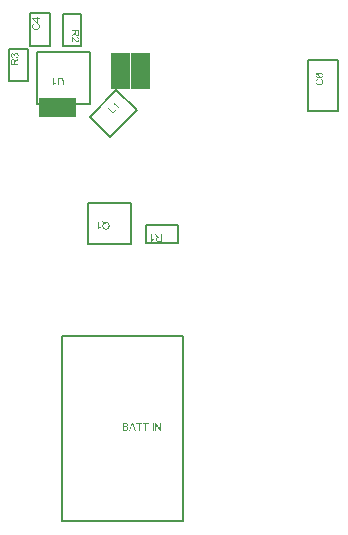
<source format=gbr>
%TF.GenerationSoftware,Altium Limited,Altium Designer,22.9.1 (49)*%
G04 Layer_Color=16711935*
%FSLAX45Y45*%
%MOMM*%
%TF.SameCoordinates,682DF52B-C038-4893-B781-CD12F227844D*%
%TF.FilePolarity,Positive*%
%TF.FileFunction,Other,Top_Assembly*%
%TF.Part,Single*%
G01*
G75*
%TA.AperFunction,NonConductor*%
%ADD57C,0.20000*%
G36*
X2103670Y4451260D02*
X1796330D01*
Y4608740D01*
X2103670D01*
Y4451260D01*
D02*
G37*
G36*
X2558740Y4993670D02*
Y4686330D01*
X2401260D01*
Y4993670D01*
X2558740D01*
D02*
G37*
G36*
X2728740D02*
Y4686330D01*
X2571260D01*
Y4993670D01*
X2728740D01*
D02*
G37*
G36*
X2828959Y1795425D02*
X2820175D01*
X2786706Y1845629D01*
Y1795425D01*
X2778570D01*
Y1859405D01*
X2787261D01*
X2820822Y1809109D01*
Y1859405D01*
X2828959D01*
Y1795425D01*
D02*
G37*
G36*
X2763685D02*
X2755179D01*
Y1859405D01*
X2763685D01*
Y1795425D01*
D02*
G37*
G36*
X2720138Y1851824D02*
X2699058D01*
Y1795425D01*
X2690552D01*
Y1851824D01*
X2669472D01*
Y1859405D01*
X2720138D01*
Y1851824D01*
D02*
G37*
G36*
X2665496D02*
X2644416D01*
Y1795425D01*
X2635910D01*
Y1851824D01*
X2614830D01*
Y1859405D01*
X2665496D01*
Y1851824D01*
D02*
G37*
G36*
X2612796Y1795425D02*
X2603181D01*
X2595692Y1814841D01*
X2568880D01*
X2561946Y1795425D01*
X2552977D01*
X2577386Y1859405D01*
X2586631D01*
X2612796Y1795425D01*
D02*
G37*
G36*
X2525795Y1859313D02*
X2526535D01*
X2528199Y1859128D01*
X2530048Y1858943D01*
X2531990Y1858573D01*
X2533931Y1858111D01*
X2535688Y1857463D01*
X2535781D01*
X2535873Y1857371D01*
X2536428Y1857094D01*
X2537260Y1856631D01*
X2538184Y1855984D01*
X2539294Y1855152D01*
X2540496Y1854135D01*
X2541605Y1852841D01*
X2542622Y1851454D01*
X2542715Y1851269D01*
X2542992Y1850714D01*
X2543454Y1849974D01*
X2543917Y1848865D01*
X2544379Y1847571D01*
X2544841Y1846184D01*
X2545119Y1844612D01*
X2545211Y1843040D01*
Y1842855D01*
Y1842393D01*
X2545119Y1841561D01*
X2544934Y1840544D01*
X2544656Y1839342D01*
X2544194Y1838048D01*
X2543639Y1836753D01*
X2542900Y1835366D01*
X2542807Y1835181D01*
X2542530Y1834812D01*
X2541975Y1834072D01*
X2541235Y1833332D01*
X2540311Y1832408D01*
X2539201Y1831391D01*
X2537815Y1830466D01*
X2536243Y1829542D01*
X2536335D01*
X2536520Y1829449D01*
X2536798Y1829357D01*
X2537167Y1829172D01*
X2538277Y1828802D01*
X2539571Y1828155D01*
X2540958Y1827323D01*
X2542530Y1826306D01*
X2543917Y1825104D01*
X2545211Y1823624D01*
X2545304Y1823440D01*
X2545673Y1822885D01*
X2546228Y1822053D01*
X2546783Y1820943D01*
X2547338Y1819464D01*
X2547892Y1817892D01*
X2548262Y1816043D01*
X2548355Y1814009D01*
Y1813917D01*
Y1813824D01*
Y1813269D01*
X2548262Y1812345D01*
X2548077Y1811235D01*
X2547892Y1809941D01*
X2547522Y1808554D01*
X2547060Y1807075D01*
X2546413Y1805596D01*
X2546321Y1805411D01*
X2546043Y1804948D01*
X2545673Y1804301D01*
X2545119Y1803377D01*
X2544379Y1802452D01*
X2543639Y1801435D01*
X2542715Y1800418D01*
X2541698Y1799586D01*
X2541605Y1799493D01*
X2541235Y1799216D01*
X2540588Y1798846D01*
X2539756Y1798476D01*
X2538739Y1797922D01*
X2537537Y1797367D01*
X2536243Y1796905D01*
X2534671Y1796442D01*
X2534486D01*
X2533931Y1796258D01*
X2533007Y1796165D01*
X2531805Y1795980D01*
X2530326Y1795795D01*
X2528569Y1795610D01*
X2526627Y1795518D01*
X2524408Y1795425D01*
X2500000D01*
Y1859405D01*
X2525148D01*
X2525795Y1859313D01*
D02*
G37*
G36*
X4179753Y4825676D02*
X4180308D01*
X4181787Y4825399D01*
X4183544Y4825121D01*
X4185393Y4824659D01*
X4187427Y4824012D01*
X4189369Y4823087D01*
X4189461D01*
X4189554Y4822995D01*
X4189831Y4822810D01*
X4190201Y4822625D01*
X4191125Y4822070D01*
X4192327Y4821238D01*
X4193622Y4820221D01*
X4194916Y4819019D01*
X4196211Y4817540D01*
X4197320Y4815968D01*
Y4815876D01*
X4197412Y4815783D01*
X4197597Y4815506D01*
X4197690Y4815136D01*
X4198152Y4814211D01*
X4198614Y4813009D01*
X4199169Y4811438D01*
X4199539Y4809681D01*
X4199909Y4807739D01*
X4200001Y4805613D01*
Y4805151D01*
X4199909Y4804688D01*
Y4803949D01*
X4199816Y4803117D01*
X4199631Y4802192D01*
X4199354Y4801083D01*
X4199077Y4799973D01*
X4198707Y4798679D01*
X4198245Y4797384D01*
X4197690Y4796090D01*
X4196950Y4794703D01*
X4196118Y4793409D01*
X4195194Y4792114D01*
X4194084Y4790820D01*
X4192790Y4789618D01*
X4192697Y4789526D01*
X4192420Y4789341D01*
X4192050Y4789063D01*
X4191403Y4788693D01*
X4190571Y4788139D01*
X4189646Y4787676D01*
X4188444Y4787122D01*
X4187150Y4786567D01*
X4185578Y4785920D01*
X4183821Y4785365D01*
X4181880Y4784903D01*
X4179753Y4784441D01*
X4177350Y4783978D01*
X4174761Y4783701D01*
X4171987Y4783516D01*
X4169028Y4783424D01*
X4168936D01*
X4168844D01*
X4168566D01*
X4168196D01*
X4167272Y4783516D01*
X4165977D01*
X4164498Y4783608D01*
X4162741Y4783793D01*
X4160800Y4783978D01*
X4158673Y4784256D01*
X4156547Y4784625D01*
X4154236Y4785088D01*
X4152017Y4785642D01*
X4149798Y4786290D01*
X4147671Y4787122D01*
X4145637Y4788046D01*
X4143696Y4789063D01*
X4142031Y4790265D01*
X4141939Y4790358D01*
X4141754Y4790543D01*
X4141384Y4790912D01*
X4140829Y4791375D01*
X4140275Y4791929D01*
X4139720Y4792669D01*
X4138980Y4793594D01*
X4138333Y4794518D01*
X4137686Y4795628D01*
X4136946Y4796830D01*
X4136392Y4798216D01*
X4135744Y4799603D01*
X4135282Y4801175D01*
X4134912Y4802839D01*
X4134727Y4804596D01*
X4134635Y4806445D01*
Y4807185D01*
X4134727Y4807739D01*
Y4808387D01*
X4134820Y4809126D01*
X4135190Y4810883D01*
X4135652Y4812825D01*
X4136392Y4814859D01*
X4137501Y4816893D01*
X4138148Y4817910D01*
X4138888Y4818834D01*
X4138980Y4818927D01*
X4139073Y4819019D01*
X4139350Y4819296D01*
X4139627Y4819574D01*
X4140090Y4820036D01*
X4140644Y4820406D01*
X4141939Y4821423D01*
X4143603Y4822440D01*
X4145637Y4823364D01*
X4147949Y4824197D01*
X4150537Y4824751D01*
X4151184Y4816893D01*
X4151092D01*
X4151000Y4816800D01*
X4150445Y4816708D01*
X4149613Y4816430D01*
X4148596Y4816060D01*
X4147486Y4815691D01*
X4146377Y4815136D01*
X4145360Y4814489D01*
X4144528Y4813842D01*
X4144343Y4813657D01*
X4143973Y4813287D01*
X4143418Y4812640D01*
X4142771Y4811715D01*
X4142216Y4810513D01*
X4141662Y4809219D01*
X4141292Y4807647D01*
X4141107Y4805983D01*
Y4805336D01*
X4141199Y4804596D01*
X4141384Y4803764D01*
X4141662Y4802654D01*
X4142031Y4801545D01*
X4142494Y4800435D01*
X4143233Y4799326D01*
X4143326Y4799141D01*
X4143696Y4798679D01*
X4144343Y4798032D01*
X4145267Y4797199D01*
X4146377Y4796275D01*
X4147671Y4795258D01*
X4149335Y4794333D01*
X4151184Y4793409D01*
X4151277D01*
X4151462Y4793316D01*
X4151739Y4793224D01*
X4152109Y4793039D01*
X4152664Y4792946D01*
X4153311Y4792762D01*
X4154051Y4792577D01*
X4154975Y4792392D01*
X4155992Y4792114D01*
X4157102Y4791929D01*
X4158304Y4791745D01*
X4159598Y4791652D01*
X4161077Y4791467D01*
X4162557Y4791375D01*
X4164221Y4791282D01*
X4165885D01*
X4165793Y4791375D01*
X4165238Y4791745D01*
X4164498Y4792392D01*
X4163574Y4793224D01*
X4162464Y4794148D01*
X4161447Y4795350D01*
X4160430Y4796645D01*
X4159506Y4798124D01*
Y4798216D01*
X4159413Y4798309D01*
X4159136Y4798864D01*
X4158858Y4799696D01*
X4158396Y4800805D01*
X4158026Y4802100D01*
X4157749Y4803579D01*
X4157471Y4805151D01*
X4157379Y4806815D01*
Y4807555D01*
X4157471Y4808109D01*
X4157564Y4808849D01*
X4157656Y4809589D01*
X4157841Y4810513D01*
X4158119Y4811438D01*
X4158766Y4813564D01*
X4159228Y4814674D01*
X4159875Y4815783D01*
X4160523Y4816893D01*
X4161262Y4818095D01*
X4162187Y4819204D01*
X4163204Y4820221D01*
X4163296Y4820313D01*
X4163481Y4820498D01*
X4163758Y4820776D01*
X4164221Y4821053D01*
X4164868Y4821515D01*
X4165515Y4821978D01*
X4166347Y4822440D01*
X4167272Y4822995D01*
X4168289Y4823549D01*
X4169398Y4824012D01*
X4170693Y4824474D01*
X4171987Y4824936D01*
X4173374Y4825214D01*
X4174946Y4825491D01*
X4176517Y4825676D01*
X4178182Y4825768D01*
X4178274D01*
X4178459D01*
X4178736D01*
X4179199D01*
X4179753Y4825676D01*
D02*
G37*
G36*
X4179106Y4776489D02*
X4179661Y4776304D01*
X4180401Y4776027D01*
X4181233Y4775750D01*
X4182250Y4775380D01*
X4183359Y4774918D01*
X4184561Y4774363D01*
X4187150Y4773068D01*
X4189739Y4771404D01*
X4191033Y4770387D01*
X4192327Y4769370D01*
X4193437Y4768261D01*
X4194546Y4766966D01*
X4194639Y4766874D01*
X4194824Y4766689D01*
X4195009Y4766227D01*
X4195378Y4765764D01*
X4195841Y4765025D01*
X4196303Y4764285D01*
X4196765Y4763268D01*
X4197228Y4762251D01*
X4197782Y4761049D01*
X4198245Y4759755D01*
X4198707Y4758368D01*
X4199169Y4756889D01*
X4199539Y4755317D01*
X4199724Y4753653D01*
X4199909Y4751896D01*
X4200001Y4750047D01*
Y4749030D01*
X4199909Y4748290D01*
Y4747458D01*
X4199816Y4746441D01*
X4199631Y4745332D01*
X4199447Y4744037D01*
X4198984Y4741356D01*
X4198245Y4738582D01*
X4197228Y4735809D01*
X4196580Y4734514D01*
X4195841Y4733220D01*
X4195748Y4733127D01*
X4195656Y4732943D01*
X4195378Y4732573D01*
X4195009Y4732203D01*
X4194639Y4731648D01*
X4194084Y4731001D01*
X4193437Y4730261D01*
X4192697Y4729522D01*
X4191865Y4728782D01*
X4191033Y4727950D01*
X4188907Y4726286D01*
X4186410Y4724714D01*
X4183637Y4723327D01*
X4183544D01*
X4183267Y4723142D01*
X4182804Y4723050D01*
X4182250Y4722772D01*
X4181510Y4722587D01*
X4180585Y4722310D01*
X4179568Y4721940D01*
X4178459Y4721663D01*
X4177257Y4721386D01*
X4175870Y4721016D01*
X4173004Y4720553D01*
X4169768Y4720184D01*
X4166440Y4719999D01*
X4166347D01*
X4165977D01*
X4165423D01*
X4164776Y4720091D01*
X4163851D01*
X4162926Y4720184D01*
X4161724Y4720276D01*
X4160523Y4720461D01*
X4157841Y4720923D01*
X4154883Y4721570D01*
X4151924Y4722495D01*
X4149058Y4723789D01*
X4148966Y4723882D01*
X4148688Y4723974D01*
X4148318Y4724159D01*
X4147856Y4724529D01*
X4147209Y4724899D01*
X4146469Y4725361D01*
X4144805Y4726563D01*
X4142956Y4728135D01*
X4141107Y4729984D01*
X4139258Y4732110D01*
X4137686Y4734607D01*
X4137593Y4734699D01*
X4137501Y4734977D01*
X4137316Y4735346D01*
X4137039Y4735809D01*
X4136761Y4736548D01*
X4136484Y4737288D01*
X4136114Y4738213D01*
X4135744Y4739230D01*
X4135375Y4740339D01*
X4135005Y4741541D01*
X4134450Y4744130D01*
X4133988Y4747088D01*
X4133803Y4750139D01*
Y4751064D01*
X4133895Y4751711D01*
X4133988Y4752543D01*
X4134080Y4753560D01*
X4134173Y4754577D01*
X4134450Y4755779D01*
X4135005Y4758275D01*
X4135837Y4761049D01*
X4136392Y4762436D01*
X4137039Y4763730D01*
X4137871Y4765025D01*
X4138703Y4766319D01*
X4138795Y4766412D01*
X4138888Y4766597D01*
X4139165Y4766966D01*
X4139627Y4767429D01*
X4140090Y4767891D01*
X4140737Y4768538D01*
X4141477Y4769185D01*
X4142216Y4769925D01*
X4143141Y4770665D01*
X4144250Y4771404D01*
X4145360Y4772236D01*
X4146562Y4772976D01*
X4147949Y4773623D01*
X4149335Y4774363D01*
X4150815Y4774918D01*
X4152479Y4775472D01*
X4154420Y4767151D01*
X4154328D01*
X4154143Y4767059D01*
X4153773Y4766874D01*
X4153311Y4766689D01*
X4152756Y4766504D01*
X4152017Y4766227D01*
X4150537Y4765487D01*
X4148873Y4764562D01*
X4147209Y4763453D01*
X4145637Y4762066D01*
X4144250Y4760587D01*
X4144065Y4760402D01*
X4143696Y4759847D01*
X4143233Y4758923D01*
X4142586Y4757721D01*
X4142031Y4756149D01*
X4141477Y4754392D01*
X4141107Y4752266D01*
X4141014Y4749954D01*
Y4749215D01*
X4141107Y4748753D01*
Y4748105D01*
X4141199Y4747366D01*
X4141477Y4745609D01*
X4141846Y4743667D01*
X4142494Y4741633D01*
X4143418Y4739507D01*
X4144620Y4737565D01*
Y4737473D01*
X4144805Y4737380D01*
X4145267Y4736733D01*
X4146007Y4735901D01*
X4147116Y4734884D01*
X4148503Y4733682D01*
X4150075Y4732573D01*
X4152017Y4731556D01*
X4154143Y4730631D01*
X4154236D01*
X4154420Y4730539D01*
X4154698Y4730446D01*
X4155160Y4730354D01*
X4155715Y4730169D01*
X4156362Y4729984D01*
X4157934Y4729707D01*
X4159783Y4729337D01*
X4161817Y4728967D01*
X4164036Y4728782D01*
X4166440Y4728690D01*
X4166532D01*
X4166810D01*
X4167272D01*
X4167827D01*
X4168474Y4728782D01*
X4169306D01*
X4170230Y4728874D01*
X4171247Y4728967D01*
X4173466Y4729244D01*
X4175870Y4729707D01*
X4178274Y4730261D01*
X4180678Y4731001D01*
X4180770D01*
X4180955Y4731093D01*
X4181233Y4731278D01*
X4181695Y4731463D01*
X4182804Y4732018D01*
X4184099Y4732850D01*
X4185578Y4733867D01*
X4187150Y4735161D01*
X4188537Y4736641D01*
X4189831Y4738397D01*
Y4738490D01*
X4189924Y4738675D01*
X4190108Y4738952D01*
X4190293Y4739322D01*
X4190478Y4739784D01*
X4190756Y4740339D01*
X4191310Y4741633D01*
X4191865Y4743298D01*
X4192327Y4745147D01*
X4192697Y4747181D01*
X4192790Y4749307D01*
Y4749954D01*
X4192697Y4750509D01*
Y4751156D01*
X4192605Y4751804D01*
X4192235Y4753468D01*
X4191773Y4755409D01*
X4191033Y4757351D01*
X4190016Y4759385D01*
X4189461Y4760402D01*
X4188722Y4761327D01*
X4188629Y4761419D01*
X4188537Y4761511D01*
X4188259Y4761789D01*
X4187982Y4762159D01*
X4187520Y4762528D01*
X4186965Y4762991D01*
X4186410Y4763545D01*
X4185671Y4764008D01*
X4184838Y4764562D01*
X4183914Y4765210D01*
X4182989Y4765764D01*
X4181880Y4766319D01*
X4180678Y4766781D01*
X4179384Y4767244D01*
X4177997Y4767706D01*
X4176517Y4768076D01*
X4178644Y4776582D01*
X4178736D01*
X4179106Y4776489D01*
D02*
G37*
G36*
X2474066Y4534064D02*
X2468509Y4528507D01*
X2433141Y4563876D01*
Y4563745D01*
X2433075Y4563157D01*
Y4562372D01*
X2432879Y4561261D01*
X2432748Y4559953D01*
X2432487Y4558384D01*
X2432160Y4556619D01*
X2431702Y4554723D01*
X2431637Y4554658D01*
Y4554527D01*
X2431506Y4553873D01*
X2431179Y4552893D01*
X2430787Y4551716D01*
X2430329Y4550343D01*
X2429806Y4548905D01*
X2429283Y4547466D01*
X2428695Y4546094D01*
X2423334Y4551454D01*
X2423400Y4551520D01*
Y4551781D01*
X2423596Y4552108D01*
X2423726Y4552631D01*
X2423923Y4553219D01*
X2424119Y4553939D01*
X2424576Y4555704D01*
X2425165Y4557731D01*
X2425557Y4559953D01*
X2425884Y4562372D01*
X2426145Y4564857D01*
Y4564987D01*
Y4565118D01*
Y4565510D01*
X2426211Y4565968D01*
X2426145Y4567210D01*
Y4568779D01*
X2426015Y4570479D01*
X2425818Y4572375D01*
X2425491Y4574140D01*
X2425034Y4575905D01*
X2428630Y4579501D01*
X2474066Y4534064D01*
D02*
G37*
G36*
X2420654Y4491374D02*
X2442947Y4513667D01*
X2448308Y4508306D01*
X2420000Y4479998D01*
X2374760Y4525239D01*
X2380774Y4531253D01*
X2420654Y4491374D01*
D02*
G37*
G36*
X2133978Y5160323D02*
X2133886Y5159583D01*
Y5158751D01*
X2133794Y5156809D01*
X2133516Y5154775D01*
X2133239Y5152556D01*
X2132777Y5150522D01*
X2132499Y5149505D01*
X2132222Y5148673D01*
Y5148581D01*
X2132129Y5148488D01*
X2131852Y5147934D01*
X2131482Y5147101D01*
X2130835Y5146084D01*
X2130003Y5144975D01*
X2128893Y5143773D01*
X2127599Y5142664D01*
X2126120Y5141554D01*
X2126027D01*
X2125935Y5141462D01*
X2125380Y5141092D01*
X2124455Y5140722D01*
X2123254Y5140167D01*
X2121867Y5139705D01*
X2120203Y5139243D01*
X2118446Y5138965D01*
X2116504Y5138873D01*
X2116412D01*
X2116227D01*
X2115857D01*
X2115395Y5138965D01*
X2114748D01*
X2114100Y5139058D01*
X2112529Y5139428D01*
X2110680Y5139982D01*
X2108738Y5140722D01*
X2106796Y5141831D01*
X2105872Y5142571D01*
X2104947Y5143311D01*
X2104855Y5143403D01*
X2104762Y5143496D01*
X2104485Y5143773D01*
X2104208Y5144143D01*
X2103838Y5144605D01*
X2103468Y5145160D01*
X2103006Y5145900D01*
X2102451Y5146639D01*
X2101989Y5147564D01*
X2101526Y5148581D01*
X2100972Y5149690D01*
X2100509Y5150892D01*
X2100140Y5152279D01*
X2099677Y5153666D01*
X2099400Y5155238D01*
X2099123Y5156902D01*
X2099030Y5156717D01*
X2098845Y5156347D01*
X2098475Y5155792D01*
X2098106Y5155053D01*
X2097089Y5153388D01*
X2096441Y5152556D01*
X2095887Y5151817D01*
X2095702Y5151632D01*
X2095239Y5151170D01*
X2094500Y5150430D01*
X2093575Y5149505D01*
X2092281Y5148488D01*
X2090894Y5147286D01*
X2089230Y5146084D01*
X2087381Y5144790D01*
X2069999Y5133788D01*
Y5144328D01*
X2083313Y5152741D01*
X2083405D01*
X2083590Y5152926D01*
X2083867Y5153111D01*
X2084237Y5153388D01*
X2085254Y5154036D01*
X2086549Y5154868D01*
X2087935Y5155885D01*
X2089415Y5156902D01*
X2090802Y5157919D01*
X2092096Y5158843D01*
X2092188Y5158936D01*
X2092558Y5159213D01*
X2093113Y5159675D01*
X2093760Y5160323D01*
X2095147Y5161710D01*
X2095794Y5162449D01*
X2096349Y5163189D01*
X2096441Y5163281D01*
X2096534Y5163466D01*
X2096719Y5163836D01*
X2096996Y5164391D01*
X2097273Y5164945D01*
X2097551Y5165593D01*
X2098013Y5167072D01*
Y5167164D01*
X2098106Y5167349D01*
Y5167719D01*
X2098198Y5168181D01*
X2098290Y5168829D01*
Y5169568D01*
X2098383Y5170585D01*
Y5181495D01*
X2069999D01*
Y5190001D01*
X2133978D01*
Y5160323D01*
D02*
G37*
G36*
X2071756Y5129812D02*
X2072588Y5129720D01*
X2073512Y5129535D01*
X2074437Y5129350D01*
X2075454Y5128980D01*
X2075546D01*
X2075639Y5128888D01*
X2076193Y5128703D01*
X2077026Y5128333D01*
X2078135Y5127778D01*
X2079429Y5127039D01*
X2080909Y5126114D01*
X2082388Y5125097D01*
X2083960Y5123803D01*
X2084052D01*
X2084145Y5123618D01*
X2084699Y5123155D01*
X2085532Y5122323D01*
X2086733Y5121121D01*
X2088120Y5119734D01*
X2089784Y5117978D01*
X2091634Y5115851D01*
X2093575Y5113540D01*
X2093668Y5113447D01*
X2093945Y5113078D01*
X2094407Y5112523D01*
X2094962Y5111876D01*
X2095702Y5111044D01*
X2096534Y5110027D01*
X2097458Y5109010D01*
X2098475Y5107808D01*
X2100694Y5105496D01*
X2102913Y5103185D01*
X2104023Y5102075D01*
X2105132Y5101058D01*
X2106149Y5100134D01*
X2107166Y5099394D01*
X2107259D01*
X2107351Y5099209D01*
X2107629Y5099024D01*
X2107998Y5098839D01*
X2109015Y5098192D01*
X2110217Y5097453D01*
X2111697Y5096805D01*
X2113268Y5096158D01*
X2115025Y5095788D01*
X2116689Y5095603D01*
X2116782D01*
X2116874D01*
X2117429Y5095696D01*
X2118353Y5095788D01*
X2119370Y5096066D01*
X2120665Y5096436D01*
X2121959Y5097083D01*
X2123254Y5097915D01*
X2124548Y5099024D01*
X2124733Y5099209D01*
X2125103Y5099672D01*
X2125565Y5100319D01*
X2126212Y5101336D01*
X2126767Y5102630D01*
X2127322Y5104109D01*
X2127691Y5105866D01*
X2127784Y5107808D01*
Y5108362D01*
X2127691Y5108732D01*
X2127599Y5109842D01*
X2127322Y5111136D01*
X2126952Y5112523D01*
X2126305Y5114095D01*
X2125473Y5115574D01*
X2124363Y5116961D01*
X2124178Y5117146D01*
X2123716Y5117516D01*
X2122976Y5118070D01*
X2121867Y5118625D01*
X2120572Y5119272D01*
X2118908Y5119827D01*
X2117059Y5120197D01*
X2114933Y5120382D01*
X2115765Y5128425D01*
X2115857D01*
X2116134Y5128333D01*
X2116597D01*
X2117244Y5128240D01*
X2117984Y5128056D01*
X2118816Y5127871D01*
X2119833Y5127593D01*
X2120850Y5127316D01*
X2123069Y5126576D01*
X2125288Y5125467D01*
X2126397Y5124820D01*
X2127507Y5123987D01*
X2128524Y5123155D01*
X2129448Y5122231D01*
X2129541Y5122138D01*
X2129633Y5121953D01*
X2129910Y5121676D01*
X2130188Y5121214D01*
X2130558Y5120659D01*
X2130927Y5120012D01*
X2131390Y5119272D01*
X2131852Y5118348D01*
X2132314Y5117331D01*
X2132777Y5116221D01*
X2133146Y5115019D01*
X2133516Y5113725D01*
X2133794Y5112338D01*
X2134071Y5110859D01*
X2134163Y5109287D01*
X2134256Y5107623D01*
Y5106698D01*
X2134163Y5106051D01*
X2134071Y5105311D01*
X2133978Y5104387D01*
X2133794Y5103370D01*
X2133609Y5102353D01*
X2132961Y5099949D01*
X2132037Y5097545D01*
X2131482Y5096343D01*
X2130835Y5095141D01*
X2130003Y5094032D01*
X2129078Y5093015D01*
X2128986Y5092922D01*
X2128893Y5092737D01*
X2128524Y5092552D01*
X2128154Y5092183D01*
X2127691Y5091720D01*
X2127044Y5091258D01*
X2126397Y5090796D01*
X2125565Y5090241D01*
X2123808Y5089316D01*
X2121589Y5088392D01*
X2120480Y5088022D01*
X2119186Y5087837D01*
X2117891Y5087652D01*
X2116504Y5087560D01*
X2116319D01*
X2115857D01*
X2115117Y5087652D01*
X2114100Y5087745D01*
X2112991Y5087930D01*
X2111697Y5088299D01*
X2110310Y5088669D01*
X2108923Y5089224D01*
X2108738Y5089316D01*
X2108276Y5089501D01*
X2107536Y5089871D01*
X2106519Y5090426D01*
X2105410Y5091166D01*
X2104023Y5092090D01*
X2102636Y5093200D01*
X2101064Y5094494D01*
X2100879Y5094679D01*
X2100324Y5095141D01*
X2099862Y5095603D01*
X2099400Y5096066D01*
X2098845Y5096620D01*
X2098106Y5097360D01*
X2097366Y5098100D01*
X2096534Y5099024D01*
X2095609Y5099949D01*
X2094592Y5101058D01*
X2093575Y5102260D01*
X2092373Y5103555D01*
X2091171Y5105034D01*
X2089877Y5106513D01*
X2089784Y5106606D01*
X2089600Y5106791D01*
X2089322Y5107160D01*
X2088952Y5107623D01*
X2088398Y5108177D01*
X2087843Y5108825D01*
X2086641Y5110304D01*
X2085254Y5111876D01*
X2083867Y5113355D01*
X2082665Y5114649D01*
X2082203Y5115204D01*
X2081741Y5115666D01*
X2081648Y5115759D01*
X2081371Y5116036D01*
X2081001Y5116406D01*
X2080446Y5116868D01*
X2079799Y5117331D01*
X2079152Y5117885D01*
X2077580Y5118995D01*
Y5087467D01*
X2069999D01*
Y5129905D01*
X2070091D01*
X2070461D01*
X2071016D01*
X2071756Y5129812D01*
D02*
G37*
G36*
X1783544Y5286800D02*
X1798891D01*
Y5278941D01*
X1783544D01*
Y5251112D01*
X1776332D01*
X1734912Y5280420D01*
Y5286800D01*
X1776332D01*
Y5295491D01*
X1783544D01*
Y5286800D01*
D02*
G37*
G36*
X1779106Y5246489D02*
X1779661Y5246304D01*
X1780400Y5246027D01*
X1781232Y5245749D01*
X1782249Y5245380D01*
X1783359Y5244917D01*
X1784561Y5244363D01*
X1787150Y5243068D01*
X1789738Y5241404D01*
X1791033Y5240387D01*
X1792327Y5239370D01*
X1793437Y5238261D01*
X1794546Y5236966D01*
X1794639Y5236874D01*
X1794823Y5236689D01*
X1795008Y5236227D01*
X1795378Y5235764D01*
X1795840Y5235025D01*
X1796303Y5234285D01*
X1796765Y5233268D01*
X1797227Y5232251D01*
X1797782Y5231049D01*
X1798244Y5229755D01*
X1798707Y5228368D01*
X1799169Y5226888D01*
X1799539Y5225317D01*
X1799724Y5223652D01*
X1799909Y5221896D01*
X1800001Y5220047D01*
Y5219030D01*
X1799909Y5218290D01*
Y5217458D01*
X1799816Y5216441D01*
X1799631Y5215331D01*
X1799446Y5214037D01*
X1798984Y5211356D01*
X1798244Y5208582D01*
X1797227Y5205808D01*
X1796580Y5204514D01*
X1795840Y5203220D01*
X1795748Y5203127D01*
X1795656Y5202942D01*
X1795378Y5202573D01*
X1795008Y5202203D01*
X1794639Y5201648D01*
X1794084Y5201001D01*
X1793437Y5200261D01*
X1792697Y5199521D01*
X1791865Y5198782D01*
X1791033Y5197950D01*
X1788906Y5196286D01*
X1786410Y5194714D01*
X1783636Y5193327D01*
X1783544D01*
X1783266Y5193142D01*
X1782804Y5193050D01*
X1782249Y5192772D01*
X1781510Y5192587D01*
X1780585Y5192310D01*
X1779568Y5191940D01*
X1778459Y5191663D01*
X1777257Y5191385D01*
X1775870Y5191016D01*
X1773004Y5190553D01*
X1769768Y5190183D01*
X1766439Y5189999D01*
X1766347D01*
X1765977D01*
X1765422D01*
X1764775Y5190091D01*
X1763851D01*
X1762926Y5190183D01*
X1761724Y5190276D01*
X1760522Y5190461D01*
X1757841Y5190923D01*
X1754882Y5191570D01*
X1751924Y5192495D01*
X1749058Y5193789D01*
X1748965Y5193882D01*
X1748688Y5193974D01*
X1748318Y5194159D01*
X1747856Y5194529D01*
X1747209Y5194899D01*
X1746469Y5195361D01*
X1744805Y5196563D01*
X1742956Y5198135D01*
X1741107Y5199984D01*
X1739257Y5202110D01*
X1737686Y5204607D01*
X1737593Y5204699D01*
X1737501Y5204976D01*
X1737316Y5205346D01*
X1737038Y5205808D01*
X1736761Y5206548D01*
X1736484Y5207288D01*
X1736114Y5208212D01*
X1735744Y5209229D01*
X1735374Y5210339D01*
X1735004Y5211541D01*
X1734450Y5214130D01*
X1733987Y5217088D01*
X1733802Y5220139D01*
Y5221064D01*
X1733895Y5221711D01*
X1733987Y5222543D01*
X1734080Y5223560D01*
X1734172Y5224577D01*
X1734450Y5225779D01*
X1735004Y5228275D01*
X1735837Y5231049D01*
X1736391Y5232436D01*
X1737038Y5233730D01*
X1737871Y5235025D01*
X1738703Y5236319D01*
X1738795Y5236411D01*
X1738888Y5236596D01*
X1739165Y5236966D01*
X1739627Y5237428D01*
X1740089Y5237891D01*
X1740737Y5238538D01*
X1741476Y5239185D01*
X1742216Y5239925D01*
X1743141Y5240664D01*
X1744250Y5241404D01*
X1745359Y5242236D01*
X1746561Y5242976D01*
X1747948Y5243623D01*
X1749335Y5244363D01*
X1750814Y5244917D01*
X1752479Y5245472D01*
X1754420Y5237151D01*
X1754328D01*
X1754143Y5237059D01*
X1753773Y5236874D01*
X1753311Y5236689D01*
X1752756Y5236504D01*
X1752016Y5236227D01*
X1750537Y5235487D01*
X1748873Y5234562D01*
X1747209Y5233453D01*
X1745637Y5232066D01*
X1744250Y5230587D01*
X1744065Y5230402D01*
X1743695Y5229847D01*
X1743233Y5228922D01*
X1742586Y5227721D01*
X1742031Y5226149D01*
X1741476Y5224392D01*
X1741107Y5222266D01*
X1741014Y5219954D01*
Y5219215D01*
X1741107Y5218752D01*
Y5218105D01*
X1741199Y5217365D01*
X1741476Y5215609D01*
X1741846Y5213667D01*
X1742493Y5211633D01*
X1743418Y5209507D01*
X1744620Y5207565D01*
Y5207473D01*
X1744805Y5207380D01*
X1745267Y5206733D01*
X1746007Y5205901D01*
X1747116Y5204884D01*
X1748503Y5203682D01*
X1750075Y5202573D01*
X1752016Y5201556D01*
X1754143Y5200631D01*
X1754235D01*
X1754420Y5200538D01*
X1754698Y5200446D01*
X1755160Y5200354D01*
X1755715Y5200169D01*
X1756362Y5199984D01*
X1757933Y5199706D01*
X1759783Y5199337D01*
X1761817Y5198967D01*
X1764036Y5198782D01*
X1766439Y5198689D01*
X1766532D01*
X1766809D01*
X1767272D01*
X1767826D01*
X1768473Y5198782D01*
X1769306D01*
X1770230Y5198874D01*
X1771247Y5198967D01*
X1773466Y5199244D01*
X1775870Y5199706D01*
X1778274Y5200261D01*
X1780678Y5201001D01*
X1780770D01*
X1780955Y5201093D01*
X1781232Y5201278D01*
X1781695Y5201463D01*
X1782804Y5202018D01*
X1784099Y5202850D01*
X1785578Y5203867D01*
X1787150Y5205161D01*
X1788536Y5206641D01*
X1789831Y5208397D01*
Y5208490D01*
X1789923Y5208675D01*
X1790108Y5208952D01*
X1790293Y5209322D01*
X1790478Y5209784D01*
X1790755Y5210339D01*
X1791310Y5211633D01*
X1791865Y5213297D01*
X1792327Y5215147D01*
X1792697Y5217181D01*
X1792789Y5219307D01*
Y5219954D01*
X1792697Y5220509D01*
Y5221156D01*
X1792604Y5221803D01*
X1792235Y5223468D01*
X1791772Y5225409D01*
X1791033Y5227351D01*
X1790016Y5229385D01*
X1789461Y5230402D01*
X1788721Y5231326D01*
X1788629Y5231419D01*
X1788536Y5231511D01*
X1788259Y5231789D01*
X1787982Y5232158D01*
X1787519Y5232528D01*
X1786965Y5232991D01*
X1786410Y5233545D01*
X1785670Y5234008D01*
X1784838Y5234562D01*
X1783914Y5235209D01*
X1782989Y5235764D01*
X1781880Y5236319D01*
X1780678Y5236781D01*
X1779383Y5237244D01*
X1777996Y5237706D01*
X1776517Y5238076D01*
X1778644Y5246582D01*
X1778736D01*
X1779106Y5246489D01*
D02*
G37*
G36*
X1601418Y4993087D02*
X1602157Y4992995D01*
X1602989Y4992810D01*
X1603914Y4992625D01*
X1604931Y4992440D01*
X1607150Y4991700D01*
X1608352Y4991146D01*
X1609461Y4990591D01*
X1610663Y4989851D01*
X1611865Y4989019D01*
X1613067Y4988095D01*
X1614177Y4986985D01*
X1614269Y4986893D01*
X1614454Y4986708D01*
X1614731Y4986338D01*
X1615101Y4985876D01*
X1615563Y4985321D01*
X1616026Y4984581D01*
X1616580Y4983749D01*
X1617043Y4982732D01*
X1617597Y4981715D01*
X1618152Y4980513D01*
X1618614Y4979311D01*
X1619077Y4977925D01*
X1619447Y4976445D01*
X1619724Y4974873D01*
X1619909Y4973302D01*
X1620001Y4971545D01*
Y4970713D01*
X1619909Y4970158D01*
X1619816Y4969419D01*
X1619724Y4968586D01*
X1619539Y4967662D01*
X1619354Y4966645D01*
X1618799Y4964426D01*
X1617875Y4962115D01*
X1617320Y4960913D01*
X1616673Y4959803D01*
X1615841Y4958694D01*
X1615009Y4957584D01*
X1614916Y4957492D01*
X1614731Y4957307D01*
X1614454Y4957029D01*
X1614084Y4956752D01*
X1613622Y4956290D01*
X1612975Y4955828D01*
X1612327Y4955273D01*
X1611495Y4954718D01*
X1610571Y4954163D01*
X1609646Y4953609D01*
X1607427Y4952592D01*
X1604839Y4951759D01*
X1603452Y4951482D01*
X1601972Y4951297D01*
X1600955Y4959156D01*
X1601048D01*
X1601233Y4959248D01*
X1601603Y4959341D01*
X1602065Y4959433D01*
X1602620Y4959526D01*
X1603267Y4959711D01*
X1604654Y4960173D01*
X1606318Y4960820D01*
X1607890Y4961652D01*
X1609369Y4962577D01*
X1610663Y4963686D01*
X1610756Y4963871D01*
X1611126Y4964241D01*
X1611588Y4964981D01*
X1612050Y4965905D01*
X1612605Y4967015D01*
X1613067Y4968402D01*
X1613437Y4969973D01*
X1613529Y4971638D01*
Y4972192D01*
X1613437Y4972562D01*
X1613344Y4973579D01*
X1613067Y4974873D01*
X1612605Y4976353D01*
X1611958Y4977925D01*
X1611033Y4979496D01*
X1609739Y4980976D01*
X1609554Y4981160D01*
X1608999Y4981623D01*
X1608167Y4982177D01*
X1607057Y4982917D01*
X1605671Y4983657D01*
X1604099Y4984212D01*
X1602250Y4984674D01*
X1600216Y4984859D01*
X1600123D01*
X1599938D01*
X1599661D01*
X1599291Y4984766D01*
X1598274Y4984674D01*
X1597072Y4984396D01*
X1595593Y4984027D01*
X1594114Y4983379D01*
X1592634Y4982455D01*
X1591248Y4981253D01*
X1591063Y4981068D01*
X1590693Y4980606D01*
X1590138Y4979866D01*
X1589491Y4978849D01*
X1588844Y4977555D01*
X1588289Y4975983D01*
X1587919Y4974226D01*
X1587734Y4972285D01*
Y4971453D01*
X1587827Y4970805D01*
X1587919Y4969973D01*
X1588104Y4969049D01*
X1588289Y4967939D01*
X1588566Y4966737D01*
X1581632Y4967662D01*
Y4968124D01*
X1581725Y4968494D01*
Y4969696D01*
X1581540Y4970713D01*
X1581355Y4971915D01*
X1581077Y4973302D01*
X1580615Y4974873D01*
X1579968Y4976353D01*
X1579136Y4977925D01*
Y4978017D01*
X1579043Y4978109D01*
X1578674Y4978572D01*
X1578026Y4979219D01*
X1577194Y4979959D01*
X1575992Y4980698D01*
X1574605Y4981345D01*
X1573034Y4981808D01*
X1572109Y4981993D01*
X1571092D01*
X1571000D01*
X1570907D01*
X1570352D01*
X1569613Y4981808D01*
X1568596Y4981623D01*
X1567486Y4981253D01*
X1566284Y4980791D01*
X1565082Y4980051D01*
X1563973Y4979034D01*
X1563881Y4978942D01*
X1563511Y4978479D01*
X1563048Y4977832D01*
X1562494Y4977000D01*
X1562031Y4975890D01*
X1561569Y4974596D01*
X1561199Y4973117D01*
X1561107Y4971453D01*
Y4970713D01*
X1561292Y4969881D01*
X1561477Y4968771D01*
X1561847Y4967569D01*
X1562309Y4966368D01*
X1563048Y4965073D01*
X1563973Y4963871D01*
X1564065Y4963779D01*
X1564528Y4963409D01*
X1565175Y4962854D01*
X1566099Y4962207D01*
X1567301Y4961560D01*
X1568781Y4960913D01*
X1570537Y4960358D01*
X1572571Y4959988D01*
X1571185Y4952129D01*
X1571092D01*
X1570815Y4952222D01*
X1570445Y4952314D01*
X1569890Y4952407D01*
X1569243Y4952592D01*
X1568503Y4952869D01*
X1566747Y4953424D01*
X1564713Y4954348D01*
X1562679Y4955458D01*
X1560737Y4956845D01*
X1558980Y4958601D01*
X1558888Y4958694D01*
X1558795Y4958879D01*
X1558611Y4959156D01*
X1558333Y4959526D01*
X1557963Y4959988D01*
X1557594Y4960635D01*
X1557224Y4961282D01*
X1556761Y4962115D01*
X1556022Y4963964D01*
X1555282Y4966090D01*
X1554820Y4968586D01*
X1554635Y4969881D01*
Y4972192D01*
X1554727Y4973209D01*
X1554912Y4974411D01*
X1555190Y4975890D01*
X1555652Y4977555D01*
X1556207Y4979219D01*
X1556946Y4980883D01*
Y4980976D01*
X1557039Y4981068D01*
X1557316Y4981623D01*
X1557871Y4982455D01*
X1558518Y4983379D01*
X1559443Y4984489D01*
X1560460Y4985598D01*
X1561662Y4986708D01*
X1563048Y4987632D01*
X1563233Y4987725D01*
X1563696Y4988002D01*
X1564528Y4988372D01*
X1565545Y4988834D01*
X1566747Y4989297D01*
X1568134Y4989666D01*
X1569705Y4989944D01*
X1571277Y4990036D01*
X1571462D01*
X1572017D01*
X1572756Y4989944D01*
X1573773Y4989759D01*
X1574975Y4989482D01*
X1576270Y4989019D01*
X1577564Y4988464D01*
X1578858Y4987725D01*
X1579043Y4987632D01*
X1579413Y4987355D01*
X1580060Y4986800D01*
X1580800Y4986061D01*
X1581632Y4985136D01*
X1582557Y4984027D01*
X1583389Y4982732D01*
X1584221Y4981160D01*
Y4981253D01*
X1584313Y4981438D01*
X1584406Y4981715D01*
X1584498Y4982085D01*
X1584868Y4983102D01*
X1585423Y4984396D01*
X1586162Y4985876D01*
X1587087Y4987355D01*
X1588289Y4988742D01*
X1589676Y4990036D01*
X1589861Y4990129D01*
X1590415Y4990499D01*
X1591340Y4991053D01*
X1592542Y4991608D01*
X1594021Y4992163D01*
X1595778Y4992717D01*
X1597812Y4993087D01*
X1600031Y4993180D01*
X1600123D01*
X1600401D01*
X1600863D01*
X1601418Y4993087D01*
D02*
G37*
G36*
X1618892Y4935672D02*
X1605578Y4927259D01*
X1605486D01*
X1605301Y4927074D01*
X1605023Y4926889D01*
X1604654Y4926611D01*
X1603637Y4925964D01*
X1602342Y4925132D01*
X1600955Y4924115D01*
X1599476Y4923098D01*
X1598089Y4922081D01*
X1596795Y4921157D01*
X1596702Y4921064D01*
X1596333Y4920787D01*
X1595778Y4920324D01*
X1595131Y4919677D01*
X1593744Y4918290D01*
X1593097Y4917551D01*
X1592542Y4916811D01*
X1592449Y4916719D01*
X1592357Y4916534D01*
X1592172Y4916164D01*
X1591895Y4915609D01*
X1591617Y4915054D01*
X1591340Y4914407D01*
X1590878Y4912928D01*
Y4912835D01*
X1590785Y4912651D01*
Y4912281D01*
X1590693Y4911818D01*
X1590600Y4911171D01*
Y4910432D01*
X1590508Y4909415D01*
Y4898505D01*
X1618892D01*
Y4889999D01*
X1554912D01*
Y4919677D01*
X1555005Y4920417D01*
Y4921249D01*
X1555097Y4923191D01*
X1555375Y4925225D01*
X1555652Y4927444D01*
X1556114Y4929478D01*
X1556392Y4930495D01*
X1556669Y4931327D01*
Y4931419D01*
X1556761Y4931512D01*
X1557039Y4932066D01*
X1557409Y4932898D01*
X1558056Y4933915D01*
X1558888Y4935025D01*
X1559997Y4936227D01*
X1561292Y4937336D01*
X1562771Y4938446D01*
X1562864D01*
X1562956Y4938538D01*
X1563511Y4938908D01*
X1564435Y4939278D01*
X1565637Y4939833D01*
X1567024Y4940295D01*
X1568688Y4940757D01*
X1570445Y4941035D01*
X1572386Y4941127D01*
X1572479D01*
X1572664D01*
X1573034D01*
X1573496Y4941035D01*
X1574143D01*
X1574790Y4940942D01*
X1576362Y4940572D01*
X1578211Y4940018D01*
X1580153Y4939278D01*
X1582094Y4938168D01*
X1583019Y4937429D01*
X1583943Y4936689D01*
X1584036Y4936597D01*
X1584128Y4936504D01*
X1584406Y4936227D01*
X1584683Y4935857D01*
X1585053Y4935395D01*
X1585423Y4934840D01*
X1585885Y4934100D01*
X1586440Y4933361D01*
X1586902Y4932436D01*
X1587364Y4931419D01*
X1587919Y4930310D01*
X1588381Y4929108D01*
X1588751Y4927721D01*
X1589213Y4926334D01*
X1589491Y4924762D01*
X1589768Y4923098D01*
X1589861Y4923283D01*
X1590046Y4923653D01*
X1590415Y4924208D01*
X1590785Y4924947D01*
X1591802Y4926611D01*
X1592449Y4927444D01*
X1593004Y4928183D01*
X1593189Y4928368D01*
X1593651Y4928830D01*
X1594391Y4929570D01*
X1595316Y4930495D01*
X1596610Y4931512D01*
X1597997Y4932714D01*
X1599661Y4933915D01*
X1601510Y4935210D01*
X1618892Y4946212D01*
Y4935672D01*
D02*
G37*
G36*
X1976365Y4784908D02*
X1977105D01*
X1978029Y4784816D01*
X1979046Y4784723D01*
X1980063Y4784631D01*
X1982374Y4784261D01*
X1984871Y4783706D01*
X1987275Y4782967D01*
X1989586Y4781950D01*
X1989679D01*
X1989863Y4781765D01*
X1990141Y4781580D01*
X1990511Y4781395D01*
X1991528Y4780655D01*
X1992730Y4779638D01*
X1994116Y4778344D01*
X1995411Y4776864D01*
X1996705Y4775015D01*
X1997722Y4772981D01*
Y4772889D01*
X1997815Y4772704D01*
X1997907Y4772334D01*
X1998092Y4771872D01*
X1998277Y4771317D01*
X1998462Y4770577D01*
X1998739Y4769745D01*
X1998924Y4768728D01*
X1999109Y4767619D01*
X1999386Y4766417D01*
X1999571Y4765123D01*
X1999756Y4763736D01*
X1999941Y4762164D01*
X2000034Y4760500D01*
X2000126Y4758743D01*
Y4756894D01*
Y4719912D01*
X1991620D01*
Y4756894D01*
Y4756986D01*
Y4757264D01*
Y4757726D01*
Y4758281D01*
X1991528Y4758928D01*
Y4759760D01*
X1991435Y4761517D01*
X1991250Y4763551D01*
X1990973Y4765585D01*
X1990603Y4767526D01*
X1990418Y4768359D01*
X1990141Y4769191D01*
X1990048Y4769376D01*
X1989863Y4769838D01*
X1989401Y4770485D01*
X1988846Y4771410D01*
X1988199Y4772334D01*
X1987275Y4773351D01*
X1986165Y4774368D01*
X1984871Y4775200D01*
X1984686Y4775293D01*
X1984224Y4775570D01*
X1983392Y4775847D01*
X1982282Y4776217D01*
X1980988Y4776680D01*
X1979323Y4776957D01*
X1977567Y4777234D01*
X1975625Y4777327D01*
X1974701D01*
X1974146Y4777234D01*
X1973314D01*
X1972482Y4777142D01*
X1970448Y4776772D01*
X1968229Y4776310D01*
X1966102Y4775570D01*
X1964068Y4774553D01*
X1963144Y4773906D01*
X1962312Y4773166D01*
X1962219Y4773074D01*
X1962127Y4772981D01*
X1961942Y4772704D01*
X1961664Y4772334D01*
X1961387Y4771779D01*
X1961017Y4771225D01*
X1960647Y4770393D01*
X1960278Y4769560D01*
X1959908Y4768543D01*
X1959630Y4767341D01*
X1959260Y4765955D01*
X1958983Y4764475D01*
X1958706Y4762811D01*
X1958521Y4761054D01*
X1958336Y4759020D01*
Y4756894D01*
Y4719912D01*
X1949830D01*
Y4756894D01*
Y4756986D01*
Y4757356D01*
Y4757819D01*
Y4758466D01*
X1949922Y4759298D01*
Y4760222D01*
X1950015Y4761332D01*
X1950107Y4762441D01*
X1950385Y4764938D01*
X1950755Y4767526D01*
X1951309Y4770023D01*
X1951679Y4771225D01*
X1952049Y4772334D01*
Y4772427D01*
X1952141Y4772611D01*
X1952326Y4772889D01*
X1952511Y4773259D01*
X1953066Y4774276D01*
X1953898Y4775570D01*
X1955008Y4777049D01*
X1956302Y4778529D01*
X1957966Y4780100D01*
X1960000Y4781487D01*
X1960093D01*
X1960278Y4781672D01*
X1960555Y4781765D01*
X1961017Y4782042D01*
X1961572Y4782319D01*
X1962312Y4782597D01*
X1963051Y4782874D01*
X1963976Y4783244D01*
X1964993Y4783614D01*
X1966102Y4783891D01*
X1967304Y4784168D01*
X1968691Y4784446D01*
X1970078Y4784631D01*
X1971557Y4784816D01*
X1974886Y4785001D01*
X1975718D01*
X1976365Y4784908D01*
D02*
G37*
G36*
X1917193Y4733872D02*
X1917285Y4733965D01*
X1917748Y4734335D01*
X1918302Y4734889D01*
X1919227Y4735537D01*
X1920244Y4736369D01*
X1921538Y4737293D01*
X1923018Y4738310D01*
X1924682Y4739327D01*
X1924774D01*
X1924867Y4739420D01*
X1925422Y4739790D01*
X1926346Y4740252D01*
X1927456Y4740807D01*
X1928750Y4741454D01*
X1930137Y4742101D01*
X1931524Y4742748D01*
X1932911Y4743303D01*
Y4735722D01*
X1932818D01*
X1932633Y4735537D01*
X1932263Y4735444D01*
X1931801Y4735167D01*
X1931246Y4734889D01*
X1930599Y4734520D01*
X1929027Y4733595D01*
X1927178Y4732578D01*
X1925329Y4731284D01*
X1923388Y4729804D01*
X1921446Y4728233D01*
X1921354Y4728140D01*
X1921261Y4728048D01*
X1920984Y4727770D01*
X1920614Y4727493D01*
X1919782Y4726568D01*
X1918672Y4725459D01*
X1917563Y4724165D01*
X1916361Y4722685D01*
X1915344Y4721206D01*
X1914419Y4719634D01*
X1909334D01*
Y4783891D01*
X1917193D01*
Y4733872D01*
D02*
G37*
G36*
X2298930Y3513813D02*
X2299023Y3513906D01*
X2299485Y3514275D01*
X2300040Y3514830D01*
X2300964Y3515477D01*
X2301981Y3516309D01*
X2303276Y3517234D01*
X2304755Y3518251D01*
X2306419Y3519268D01*
X2306512D01*
X2306604Y3519360D01*
X2307159Y3519730D01*
X2308084Y3520193D01*
X2309193Y3520747D01*
X2310487Y3521395D01*
X2311874Y3522042D01*
X2313261Y3522689D01*
X2314648Y3523244D01*
Y3515662D01*
X2314555D01*
X2314371Y3515477D01*
X2314001Y3515385D01*
X2313538Y3515108D01*
X2312984Y3514830D01*
X2312336Y3514460D01*
X2310765Y3513536D01*
X2308916Y3512519D01*
X2307067Y3511224D01*
X2305125Y3509745D01*
X2303183Y3508173D01*
X2303091Y3508081D01*
X2302998Y3507988D01*
X2302721Y3507711D01*
X2302351Y3507434D01*
X2301519Y3506509D01*
X2300410Y3505400D01*
X2299300Y3504105D01*
X2298098Y3502626D01*
X2297081Y3501147D01*
X2296157Y3499575D01*
X2291072D01*
Y3563832D01*
X2298930D01*
Y3513813D01*
D02*
G37*
G36*
X2330365Y3568732D02*
X2330735Y3568547D01*
X2331290Y3568362D01*
X2331937Y3568085D01*
X2332677Y3567715D01*
X2333509Y3567345D01*
X2334433Y3566883D01*
X2336468Y3565773D01*
X2338779Y3564479D01*
X2341275Y3562815D01*
X2343864Y3560966D01*
X2343956D01*
X2344141Y3561151D01*
X2344604Y3561336D01*
X2345066Y3561613D01*
X2345806Y3561890D01*
X2346545Y3562260D01*
X2347470Y3562537D01*
X2348487Y3562907D01*
X2349596Y3563277D01*
X2350798Y3563647D01*
X2353479Y3564294D01*
X2356438Y3564756D01*
X2358010Y3564849D01*
X2359582Y3564941D01*
X2360414D01*
X2361061Y3564849D01*
X2361800D01*
X2362725Y3564756D01*
X2363742Y3564571D01*
X2364852Y3564387D01*
X2367255Y3563924D01*
X2369937Y3563185D01*
X2372710Y3562168D01*
X2374005Y3561520D01*
X2375391Y3560781D01*
X2375484Y3560688D01*
X2375669Y3560596D01*
X2376039Y3560319D01*
X2376501Y3560041D01*
X2377148Y3559579D01*
X2377795Y3559024D01*
X2379367Y3557730D01*
X2381124Y3556066D01*
X2382880Y3554031D01*
X2384637Y3551720D01*
X2386209Y3549039D01*
Y3548946D01*
X2386394Y3548669D01*
X2386579Y3548299D01*
X2386764Y3547744D01*
X2387041Y3547005D01*
X2387411Y3546173D01*
X2387781Y3545156D01*
X2388058Y3544046D01*
X2388428Y3542844D01*
X2388798Y3541550D01*
X2389075Y3540163D01*
X2389445Y3538591D01*
X2389815Y3535355D01*
X2390000Y3531935D01*
Y3531842D01*
Y3531472D01*
Y3531010D01*
X2389907Y3530363D01*
Y3529531D01*
X2389815Y3528514D01*
X2389722Y3527404D01*
X2389537Y3526202D01*
X2389075Y3523521D01*
X2388428Y3520655D01*
X2387503Y3517604D01*
X2386209Y3514645D01*
X2386116Y3514553D01*
X2386024Y3514275D01*
X2385839Y3513906D01*
X2385469Y3513351D01*
X2385099Y3512704D01*
X2384637Y3511964D01*
X2383343Y3510207D01*
X2381863Y3508358D01*
X2379922Y3506417D01*
X2377795Y3504475D01*
X2375299Y3502811D01*
X2375207Y3502718D01*
X2374929Y3502626D01*
X2374559Y3502441D01*
X2374005Y3502164D01*
X2373357Y3501886D01*
X2372618Y3501516D01*
X2371693Y3501147D01*
X2370676Y3500777D01*
X2369474Y3500407D01*
X2368272Y3500037D01*
X2365591Y3499390D01*
X2362633Y3498928D01*
X2361061Y3498743D01*
X2358564D01*
X2357917Y3498835D01*
X2357085D01*
X2356253Y3498928D01*
X2355144Y3499113D01*
X2354034Y3499298D01*
X2351630Y3499760D01*
X2348857Y3500499D01*
X2346175Y3501609D01*
X2344789Y3502256D01*
X2343402Y3502996D01*
X2343309Y3503088D01*
X2343124Y3503181D01*
X2342755Y3503458D01*
X2342200Y3503735D01*
X2341645Y3504198D01*
X2340905Y3504752D01*
X2339334Y3506047D01*
X2337669Y3507711D01*
X2335820Y3509745D01*
X2334064Y3512149D01*
X2332584Y3514830D01*
Y3514923D01*
X2332399Y3515200D01*
X2332215Y3515570D01*
X2332030Y3516125D01*
X2331660Y3516864D01*
X2331382Y3517696D01*
X2331013Y3518713D01*
X2330643Y3519823D01*
X2330365Y3521025D01*
X2329996Y3522319D01*
X2329626Y3523706D01*
X2329348Y3525185D01*
X2328979Y3528421D01*
X2328794Y3531842D01*
Y3531935D01*
Y3532212D01*
Y3532582D01*
Y3533136D01*
X2328886Y3533876D01*
Y3534708D01*
X2328979Y3535633D01*
X2329071Y3536557D01*
X2329348Y3538776D01*
X2329811Y3541180D01*
X2330365Y3543676D01*
X2331198Y3546080D01*
Y3546173D01*
X2331290Y3546358D01*
X2331475Y3546727D01*
X2331660Y3547097D01*
X2331937Y3547652D01*
X2332215Y3548299D01*
X2332954Y3549779D01*
X2333971Y3551535D01*
X2335266Y3553384D01*
X2336745Y3555233D01*
X2338409Y3557083D01*
X2338317D01*
X2338132Y3557267D01*
X2337854Y3557452D01*
X2337392Y3557730D01*
X2336930Y3558100D01*
X2336283Y3558469D01*
X2334896Y3559301D01*
X2333232Y3560319D01*
X2331382Y3561336D01*
X2329441Y3562168D01*
X2327592Y3563000D01*
X2330088Y3568824D01*
X2330181D01*
X2330365Y3568732D01*
D02*
G37*
G36*
X2830001Y3396022D02*
X2800322D01*
X2799583Y3396114D01*
X2798751D01*
X2796809Y3396207D01*
X2794775Y3396484D01*
X2792556Y3396761D01*
X2790522Y3397224D01*
X2789505Y3397501D01*
X2788673Y3397778D01*
X2788580D01*
X2788488Y3397871D01*
X2787933Y3398148D01*
X2787101Y3398518D01*
X2786084Y3399165D01*
X2784975Y3399997D01*
X2783773Y3401107D01*
X2782663Y3402401D01*
X2781554Y3403880D01*
Y3403973D01*
X2781461Y3404065D01*
X2781091Y3404620D01*
X2780722Y3405545D01*
X2780167Y3406747D01*
X2779705Y3408133D01*
X2779242Y3409798D01*
X2778965Y3411554D01*
X2778873Y3413496D01*
Y3413588D01*
Y3413773D01*
Y3414143D01*
X2778965Y3414605D01*
Y3415253D01*
X2779057Y3415900D01*
X2779427Y3417471D01*
X2779982Y3419321D01*
X2780722Y3421262D01*
X2781831Y3423204D01*
X2782571Y3424128D01*
X2783310Y3425053D01*
X2783403Y3425145D01*
X2783495Y3425238D01*
X2783773Y3425515D01*
X2784143Y3425792D01*
X2784605Y3426162D01*
X2785160Y3426532D01*
X2785899Y3426994D01*
X2786639Y3427549D01*
X2787563Y3428011D01*
X2788580Y3428474D01*
X2789690Y3429028D01*
X2790892Y3429491D01*
X2792279Y3429861D01*
X2793665Y3430323D01*
X2795237Y3430600D01*
X2796901Y3430878D01*
X2796717Y3430970D01*
X2796347Y3431155D01*
X2795792Y3431525D01*
X2795052Y3431895D01*
X2793388Y3432912D01*
X2792556Y3433559D01*
X2791816Y3434114D01*
X2791631Y3434298D01*
X2791169Y3434761D01*
X2790430Y3435500D01*
X2789505Y3436425D01*
X2788488Y3437719D01*
X2787286Y3439106D01*
X2786084Y3440770D01*
X2784790Y3442619D01*
X2773787Y3460001D01*
X2784327D01*
X2792741Y3446688D01*
Y3446595D01*
X2792926Y3446410D01*
X2793111Y3446133D01*
X2793388Y3445763D01*
X2794035Y3444746D01*
X2794867Y3443452D01*
X2795884Y3442065D01*
X2796901Y3440585D01*
X2797918Y3439199D01*
X2798843Y3437904D01*
X2798935Y3437812D01*
X2799213Y3437442D01*
X2799675Y3436887D01*
X2800322Y3436240D01*
X2801709Y3434853D01*
X2802449Y3434206D01*
X2803188Y3433651D01*
X2803281Y3433559D01*
X2803466Y3433466D01*
X2803836Y3433281D01*
X2804390Y3433004D01*
X2804945Y3432727D01*
X2805592Y3432449D01*
X2807072Y3431987D01*
X2807164D01*
X2807349Y3431895D01*
X2807719D01*
X2808181Y3431802D01*
X2808828Y3431710D01*
X2809568D01*
X2810585Y3431617D01*
X2821495D01*
Y3460001D01*
X2830001D01*
Y3396022D01*
D02*
G37*
G36*
X2747068Y3409983D02*
X2747160Y3410075D01*
X2747622Y3410445D01*
X2748177Y3411000D01*
X2749102Y3411647D01*
X2750119Y3412479D01*
X2751413Y3413403D01*
X2752892Y3414420D01*
X2754557Y3415437D01*
X2754649D01*
X2754742Y3415530D01*
X2755296Y3415900D01*
X2756221Y3416362D01*
X2757330Y3416917D01*
X2758625Y3417564D01*
X2760011Y3418211D01*
X2761398Y3418858D01*
X2762785Y3419413D01*
Y3411832D01*
X2762693D01*
X2762508Y3411647D01*
X2762138Y3411554D01*
X2761676Y3411277D01*
X2761121Y3411000D01*
X2760474Y3410630D01*
X2758902Y3409705D01*
X2757053Y3408688D01*
X2755204Y3407394D01*
X2753262Y3405914D01*
X2751321Y3404343D01*
X2751228Y3404250D01*
X2751136Y3404158D01*
X2750858Y3403880D01*
X2750489Y3403603D01*
X2749656Y3402678D01*
X2748547Y3401569D01*
X2747437Y3400275D01*
X2746236Y3398795D01*
X2745219Y3397316D01*
X2744294Y3395744D01*
X2739209D01*
Y3460001D01*
X2747068D01*
Y3409983D01*
D02*
G37*
%LPC*%
G36*
X2581824Y1852748D02*
Y1852656D01*
X2581731Y1852471D01*
Y1852101D01*
X2581546Y1851731D01*
X2581454Y1851084D01*
X2581269Y1850437D01*
X2580899Y1848865D01*
X2580437Y1847016D01*
X2579790Y1844982D01*
X2579142Y1842763D01*
X2578310Y1840451D01*
X2571376Y1821775D01*
X2593011D01*
X2586354Y1839342D01*
Y1839434D01*
X2586262Y1839712D01*
X2586077Y1840174D01*
X2585892Y1840729D01*
X2585614Y1841376D01*
X2585337Y1842208D01*
X2585060Y1843133D01*
X2584690Y1844057D01*
X2583950Y1846184D01*
X2583210Y1848403D01*
X2582471Y1850622D01*
X2581824Y1852748D01*
D02*
G37*
G36*
X2523669Y1851824D02*
X2508506D01*
Y1832593D01*
X2524224D01*
X2525425Y1832685D01*
X2526720Y1832778D01*
X2528014Y1832870D01*
X2529309Y1833055D01*
X2530326Y1833240D01*
X2530511Y1833332D01*
X2530880Y1833425D01*
X2531435Y1833702D01*
X2532175Y1834072D01*
X2532914Y1834442D01*
X2533747Y1834997D01*
X2534579Y1835736D01*
X2535226Y1836476D01*
X2535318Y1836568D01*
X2535503Y1836846D01*
X2535781Y1837400D01*
X2536058Y1838048D01*
X2536335Y1838787D01*
X2536613Y1839712D01*
X2536798Y1840821D01*
X2536890Y1842023D01*
Y1842208D01*
Y1842578D01*
X2536798Y1843133D01*
X2536705Y1843872D01*
X2536520Y1844797D01*
X2536243Y1845721D01*
X2535873Y1846646D01*
X2535318Y1847571D01*
X2535226Y1847663D01*
X2535041Y1847940D01*
X2534671Y1848403D01*
X2534209Y1848865D01*
X2533562Y1849420D01*
X2532822Y1849974D01*
X2531897Y1850529D01*
X2530880Y1850899D01*
X2530788D01*
X2530326Y1851084D01*
X2529678Y1851176D01*
X2528661Y1851361D01*
X2527275Y1851546D01*
X2525703Y1851639D01*
X2523669Y1851824D01*
D02*
G37*
G36*
X2525333Y1825011D02*
X2508506D01*
Y1803007D01*
X2526720D01*
X2528661Y1803099D01*
X2529494Y1803192D01*
X2530233Y1803284D01*
X2530326D01*
X2530695Y1803377D01*
X2531250Y1803469D01*
X2531897Y1803654D01*
X2533469Y1804209D01*
X2535041Y1804948D01*
X2535133Y1805041D01*
X2535411Y1805226D01*
X2535781Y1805503D01*
X2536243Y1805873D01*
X2536705Y1806428D01*
X2537352Y1806982D01*
X2537815Y1807722D01*
X2538369Y1808554D01*
X2538462Y1808647D01*
X2538554Y1808924D01*
X2538739Y1809479D01*
X2539017Y1810126D01*
X2539294Y1810866D01*
X2539479Y1811790D01*
X2539571Y1812900D01*
X2539664Y1814009D01*
Y1814194D01*
Y1814564D01*
X2539571Y1815303D01*
X2539386Y1816136D01*
X2539201Y1817060D01*
X2538832Y1818077D01*
X2538369Y1819094D01*
X2537722Y1820111D01*
X2537630Y1820204D01*
X2537352Y1820573D01*
X2536982Y1821036D01*
X2536428Y1821590D01*
X2535688Y1822238D01*
X2534764Y1822885D01*
X2533747Y1823440D01*
X2532545Y1823902D01*
X2532360Y1823994D01*
X2531990Y1824087D01*
X2531158Y1824272D01*
X2530141Y1824457D01*
X2528846Y1824642D01*
X2527275Y1824826D01*
X2525333Y1825011D01*
D02*
G37*
G36*
X4178644Y4817725D02*
X4178551D01*
X4178367D01*
X4177997D01*
X4177534Y4817632D01*
X4176980D01*
X4176333Y4817540D01*
X4174853Y4817262D01*
X4173189Y4816893D01*
X4171432Y4816245D01*
X4169768Y4815321D01*
X4168196Y4814119D01*
X4168011Y4813934D01*
X4167549Y4813472D01*
X4166994Y4812732D01*
X4166255Y4811715D01*
X4165515Y4810421D01*
X4164960Y4808941D01*
X4164498Y4807185D01*
X4164313Y4805243D01*
Y4804688D01*
X4164406Y4804319D01*
X4164498Y4803394D01*
X4164776Y4802100D01*
X4165238Y4800713D01*
X4165977Y4799141D01*
X4166902Y4797662D01*
X4168196Y4796182D01*
X4168381Y4795998D01*
X4168844Y4795628D01*
X4169676Y4794981D01*
X4170878Y4794333D01*
X4172264Y4793686D01*
X4174021Y4793039D01*
X4175963Y4792669D01*
X4178182Y4792484D01*
X4178367D01*
X4178829D01*
X4179661Y4792577D01*
X4180678Y4792669D01*
X4181880Y4792854D01*
X4183174Y4793224D01*
X4184561Y4793594D01*
X4185948Y4794148D01*
X4186133Y4794241D01*
X4186595Y4794518D01*
X4187242Y4794888D01*
X4188074Y4795443D01*
X4188907Y4796090D01*
X4189924Y4796922D01*
X4190756Y4797847D01*
X4191588Y4798956D01*
X4191680Y4799141D01*
X4191865Y4799511D01*
X4192235Y4800158D01*
X4192512Y4800990D01*
X4192882Y4801915D01*
X4193252Y4803024D01*
X4193437Y4804226D01*
X4193529Y4805520D01*
Y4805983D01*
X4193437Y4806353D01*
X4193344Y4807277D01*
X4193067Y4808479D01*
X4192512Y4809773D01*
X4191865Y4811253D01*
X4190848Y4812732D01*
X4190293Y4813472D01*
X4189554Y4814119D01*
X4189461D01*
X4189369Y4814304D01*
X4188814Y4814674D01*
X4187890Y4815228D01*
X4186688Y4815968D01*
X4185116Y4816615D01*
X4183267Y4817170D01*
X4181140Y4817540D01*
X4178644Y4817725D01*
D02*
G37*
G36*
X2126859Y5181495D02*
X2105687D01*
Y5162449D01*
X2105779Y5161340D01*
X2105872Y5160045D01*
X2105964Y5158566D01*
X2106149Y5157087D01*
X2106427Y5155607D01*
X2106796Y5154313D01*
X2106889Y5154128D01*
X2107074Y5153758D01*
X2107351Y5153204D01*
X2107721Y5152464D01*
X2108276Y5151632D01*
X2108923Y5150800D01*
X2109755Y5149968D01*
X2110680Y5149320D01*
X2110772Y5149228D01*
X2111142Y5149043D01*
X2111697Y5148766D01*
X2112436Y5148396D01*
X2113268Y5148118D01*
X2114193Y5147841D01*
X2115302Y5147656D01*
X2116412Y5147564D01*
X2116504D01*
X2116597D01*
X2117151Y5147656D01*
X2117984Y5147749D01*
X2119093Y5147934D01*
X2120203Y5148396D01*
X2121497Y5148951D01*
X2122699Y5149783D01*
X2123901Y5150892D01*
X2123993Y5151077D01*
X2124363Y5151539D01*
X2124825Y5152279D01*
X2125380Y5153481D01*
X2125935Y5154868D01*
X2126397Y5156717D01*
X2126767Y5158843D01*
X2126859Y5161340D01*
Y5181495D01*
D02*
G37*
G36*
X1776332Y5278941D02*
X1747671D01*
X1776332Y5258786D01*
Y5278941D01*
D02*
G37*
G36*
X1572479Y4932436D02*
X1572386D01*
X1572294D01*
X1571739Y4932344D01*
X1570907Y4932251D01*
X1569798Y4932066D01*
X1568688Y4931604D01*
X1567394Y4931049D01*
X1566192Y4930217D01*
X1564990Y4929108D01*
X1564898Y4928923D01*
X1564528Y4928461D01*
X1564065Y4927721D01*
X1563511Y4926519D01*
X1562956Y4925132D01*
X1562494Y4923283D01*
X1562124Y4921157D01*
X1562031Y4918660D01*
Y4898505D01*
X1583204D01*
Y4917551D01*
X1583111Y4918660D01*
X1583019Y4919955D01*
X1582926Y4921434D01*
X1582742Y4922913D01*
X1582464Y4924392D01*
X1582094Y4925687D01*
X1582002Y4925872D01*
X1581817Y4926242D01*
X1581540Y4926796D01*
X1581170Y4927536D01*
X1580615Y4928368D01*
X1579968Y4929200D01*
X1579136Y4930032D01*
X1578211Y4930679D01*
X1578119Y4930772D01*
X1577749Y4930957D01*
X1577194Y4931234D01*
X1576455Y4931604D01*
X1575622Y4931881D01*
X1574698Y4932159D01*
X1573588Y4932344D01*
X1572479Y4932436D01*
D02*
G37*
G36*
X2359397Y3557730D02*
X2358564D01*
X2357732Y3557637D01*
X2356623Y3557545D01*
X2355236Y3557360D01*
X2353849Y3556990D01*
X2352277Y3556620D01*
X2350798Y3556066D01*
X2350983Y3555973D01*
X2351445Y3555603D01*
X2352277Y3555141D01*
X2353295Y3554586D01*
X2354589Y3554031D01*
X2355976Y3553384D01*
X2357547Y3552830D01*
X2359212Y3552367D01*
X2357085Y3546265D01*
X2356993D01*
X2356715Y3546358D01*
X2356346Y3546450D01*
X2355883Y3546635D01*
X2355236Y3546820D01*
X2354496Y3547097D01*
X2352832Y3547744D01*
X2350891Y3548669D01*
X2348857Y3549686D01*
X2346915Y3550888D01*
X2344973Y3552367D01*
X2344881Y3552275D01*
X2344604Y3552090D01*
X2344234Y3551628D01*
X2343772Y3551073D01*
X2343217Y3550333D01*
X2342570Y3549501D01*
X2341922Y3548484D01*
X2341183Y3547282D01*
X2340536Y3545895D01*
X2339888Y3544324D01*
X2339241Y3542659D01*
X2338686Y3540903D01*
X2338132Y3538869D01*
X2337762Y3536742D01*
X2337577Y3534431D01*
X2337485Y3531935D01*
Y3531842D01*
Y3531565D01*
Y3531195D01*
Y3530640D01*
X2337577Y3529900D01*
Y3529161D01*
X2337669Y3528236D01*
X2337854Y3527312D01*
X2338132Y3525185D01*
X2338594Y3522874D01*
X2339241Y3520562D01*
X2340166Y3518343D01*
Y3518251D01*
X2340258Y3518066D01*
X2340443Y3517789D01*
X2340628Y3517419D01*
X2341275Y3516309D01*
X2342107Y3515015D01*
X2343217Y3513536D01*
X2344604Y3512056D01*
X2346175Y3510577D01*
X2347932Y3509283D01*
X2348025D01*
X2348117Y3509098D01*
X2348394Y3509005D01*
X2348857Y3508728D01*
X2349319Y3508543D01*
X2349874Y3508266D01*
X2351260Y3507619D01*
X2352925Y3507064D01*
X2354866Y3506509D01*
X2357085Y3506139D01*
X2359397Y3506047D01*
X2360321D01*
X2360968Y3506139D01*
X2361800Y3506232D01*
X2362725Y3506417D01*
X2363742Y3506602D01*
X2364852Y3506879D01*
X2366146Y3507249D01*
X2367348Y3507619D01*
X2368642Y3508173D01*
X2370029Y3508821D01*
X2371323Y3509560D01*
X2372618Y3510485D01*
X2373912Y3511409D01*
X2375114Y3512611D01*
X2375207Y3512704D01*
X2375391Y3512889D01*
X2375669Y3513258D01*
X2376039Y3513813D01*
X2376593Y3514460D01*
X2377056Y3515292D01*
X2377610Y3516309D01*
X2378165Y3517419D01*
X2378812Y3518713D01*
X2379367Y3520193D01*
X2379829Y3521764D01*
X2380292Y3523521D01*
X2380754Y3525370D01*
X2381031Y3527404D01*
X2381216Y3529623D01*
X2381309Y3531935D01*
Y3532119D01*
Y3532489D01*
Y3533136D01*
X2381216Y3533969D01*
X2381124Y3534986D01*
X2380939Y3536187D01*
X2380754Y3537574D01*
X2380569Y3538961D01*
X2379829Y3542105D01*
X2379367Y3543676D01*
X2378720Y3545248D01*
X2378073Y3546820D01*
X2377241Y3548299D01*
X2376316Y3549779D01*
X2375207Y3551073D01*
X2375114Y3551165D01*
X2374929Y3551350D01*
X2374559Y3551720D01*
X2374097Y3552090D01*
X2373450Y3552645D01*
X2372710Y3553199D01*
X2371878Y3553754D01*
X2370861Y3554401D01*
X2369844Y3555049D01*
X2368642Y3555603D01*
X2367348Y3556158D01*
X2365961Y3556713D01*
X2364389Y3557083D01*
X2362817Y3557452D01*
X2361153Y3557637D01*
X2359397Y3557730D01*
D02*
G37*
G36*
X2821495Y3424313D02*
X2802449D01*
X2801339Y3424221D01*
X2800045Y3424128D01*
X2798566Y3424036D01*
X2797086Y3423851D01*
X2795607Y3423574D01*
X2794313Y3423204D01*
X2794128Y3423111D01*
X2793758Y3422926D01*
X2793203Y3422649D01*
X2792464Y3422279D01*
X2791631Y3421724D01*
X2790799Y3421077D01*
X2789967Y3420245D01*
X2789320Y3419321D01*
X2789228Y3419228D01*
X2789043Y3418858D01*
X2788765Y3418304D01*
X2788395Y3417564D01*
X2788118Y3416732D01*
X2787841Y3415807D01*
X2787656Y3414698D01*
X2787563Y3413588D01*
Y3413496D01*
Y3413403D01*
X2787656Y3412849D01*
X2787748Y3412017D01*
X2787933Y3410907D01*
X2788395Y3409798D01*
X2788950Y3408503D01*
X2789782Y3407301D01*
X2790892Y3406099D01*
X2791077Y3406007D01*
X2791539Y3405637D01*
X2792279Y3405175D01*
X2793481Y3404620D01*
X2794867Y3404065D01*
X2796717Y3403603D01*
X2798843Y3403233D01*
X2801339Y3403141D01*
X2821495D01*
Y3424313D01*
D02*
G37*
%LPD*%
D57*
X1991000Y1031000D02*
Y2597500D01*
Y1031000D02*
X3009000D01*
Y2597500D01*
X1991000D02*
X3009000D01*
X4072190Y4504690D02*
X4327810D01*
Y4935310D01*
X4072190D02*
X4327810D01*
X4072190Y4504690D02*
Y4935310D01*
X2221791Y4451496D02*
X2391496Y4281791D01*
X2618209Y4508504D01*
X2448504Y4678209D02*
X2618209Y4508504D01*
X2221791Y4451496D02*
X2448504Y4678209D01*
X1992500Y5325310D02*
X2147500D01*
X1992500Y5054690D02*
Y5325310D01*
Y5054690D02*
X2147500D01*
Y5325310D01*
X1715000Y5050000D02*
X1885000D01*
Y5330000D01*
X1715000D02*
X1885000D01*
X1715000Y5050000D02*
Y5330000D01*
X1542500Y4754690D02*
X1697500D01*
Y5025310D01*
X1542500D02*
X1697500D01*
X1542500Y4754690D02*
Y5025310D01*
X2220731Y4564393D02*
Y5005606D01*
X1779518D02*
X2220731D01*
X1779518Y4564393D02*
Y5005606D01*
Y4564393D02*
X2220731D01*
X2575607Y3380000D02*
Y3720000D01*
X2204393D02*
X2575607D01*
X2204393Y3380000D02*
Y3720000D01*
Y3380000D02*
X2575607D01*
X2965310Y3382500D02*
Y3537500D01*
X2694690D02*
X2965310D01*
X2694690Y3382500D02*
Y3537500D01*
Y3382500D02*
X2965310D01*
%TF.MD5,c7939ff4b75996945ddb01dc650e6e7c*%
M02*

</source>
